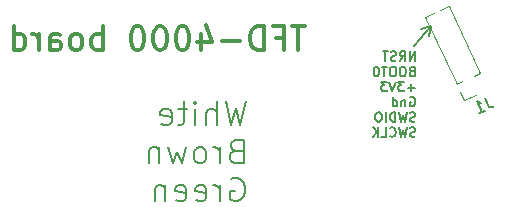
<source format=gbr>
%TF.GenerationSoftware,KiCad,Pcbnew,8.0.6*%
%TF.CreationDate,2024-12-19T11:27:53+03:00*%
%TF.ProjectId,Hall,48616c6c-2e6b-4696-9361-645f70636258,rev?*%
%TF.SameCoordinates,Original*%
%TF.FileFunction,Legend,Bot*%
%TF.FilePolarity,Positive*%
%FSLAX46Y46*%
G04 Gerber Fmt 4.6, Leading zero omitted, Abs format (unit mm)*
G04 Created by KiCad (PCBNEW 8.0.6) date 2024-12-19 11:27:53*
%MOMM*%
%LPD*%
G01*
G04 APERTURE LIST*
%ADD10C,0.150000*%
%ADD11C,0.300000*%
%ADD12C,0.120000*%
G04 APERTURE END LIST*
D10*
X85664439Y-40952520D02*
X85664439Y-40152520D01*
X85664439Y-40152520D02*
X85207296Y-40952520D01*
X85207296Y-40952520D02*
X85207296Y-40152520D01*
X84369201Y-40952520D02*
X84635868Y-40571567D01*
X84826344Y-40952520D02*
X84826344Y-40152520D01*
X84826344Y-40152520D02*
X84521582Y-40152520D01*
X84521582Y-40152520D02*
X84445392Y-40190615D01*
X84445392Y-40190615D02*
X84407297Y-40228710D01*
X84407297Y-40228710D02*
X84369201Y-40304901D01*
X84369201Y-40304901D02*
X84369201Y-40419186D01*
X84369201Y-40419186D02*
X84407297Y-40495377D01*
X84407297Y-40495377D02*
X84445392Y-40533472D01*
X84445392Y-40533472D02*
X84521582Y-40571567D01*
X84521582Y-40571567D02*
X84826344Y-40571567D01*
X84064440Y-40914425D02*
X83950154Y-40952520D01*
X83950154Y-40952520D02*
X83759678Y-40952520D01*
X83759678Y-40952520D02*
X83683487Y-40914425D01*
X83683487Y-40914425D02*
X83645392Y-40876329D01*
X83645392Y-40876329D02*
X83607297Y-40800139D01*
X83607297Y-40800139D02*
X83607297Y-40723948D01*
X83607297Y-40723948D02*
X83645392Y-40647758D01*
X83645392Y-40647758D02*
X83683487Y-40609663D01*
X83683487Y-40609663D02*
X83759678Y-40571567D01*
X83759678Y-40571567D02*
X83912059Y-40533472D01*
X83912059Y-40533472D02*
X83988249Y-40495377D01*
X83988249Y-40495377D02*
X84026344Y-40457282D01*
X84026344Y-40457282D02*
X84064440Y-40381091D01*
X84064440Y-40381091D02*
X84064440Y-40304901D01*
X84064440Y-40304901D02*
X84026344Y-40228710D01*
X84026344Y-40228710D02*
X83988249Y-40190615D01*
X83988249Y-40190615D02*
X83912059Y-40152520D01*
X83912059Y-40152520D02*
X83721582Y-40152520D01*
X83721582Y-40152520D02*
X83607297Y-40190615D01*
X83378725Y-40152520D02*
X82921582Y-40152520D01*
X83150154Y-40952520D02*
X83150154Y-40152520D01*
X85397773Y-41821427D02*
X85283487Y-41859522D01*
X85283487Y-41859522D02*
X85245392Y-41897618D01*
X85245392Y-41897618D02*
X85207296Y-41973808D01*
X85207296Y-41973808D02*
X85207296Y-42088094D01*
X85207296Y-42088094D02*
X85245392Y-42164284D01*
X85245392Y-42164284D02*
X85283487Y-42202380D01*
X85283487Y-42202380D02*
X85359677Y-42240475D01*
X85359677Y-42240475D02*
X85664439Y-42240475D01*
X85664439Y-42240475D02*
X85664439Y-41440475D01*
X85664439Y-41440475D02*
X85397773Y-41440475D01*
X85397773Y-41440475D02*
X85321582Y-41478570D01*
X85321582Y-41478570D02*
X85283487Y-41516665D01*
X85283487Y-41516665D02*
X85245392Y-41592856D01*
X85245392Y-41592856D02*
X85245392Y-41669046D01*
X85245392Y-41669046D02*
X85283487Y-41745237D01*
X85283487Y-41745237D02*
X85321582Y-41783332D01*
X85321582Y-41783332D02*
X85397773Y-41821427D01*
X85397773Y-41821427D02*
X85664439Y-41821427D01*
X84712058Y-41440475D02*
X84559677Y-41440475D01*
X84559677Y-41440475D02*
X84483487Y-41478570D01*
X84483487Y-41478570D02*
X84407296Y-41554760D01*
X84407296Y-41554760D02*
X84369201Y-41707141D01*
X84369201Y-41707141D02*
X84369201Y-41973808D01*
X84369201Y-41973808D02*
X84407296Y-42126189D01*
X84407296Y-42126189D02*
X84483487Y-42202380D01*
X84483487Y-42202380D02*
X84559677Y-42240475D01*
X84559677Y-42240475D02*
X84712058Y-42240475D01*
X84712058Y-42240475D02*
X84788249Y-42202380D01*
X84788249Y-42202380D02*
X84864439Y-42126189D01*
X84864439Y-42126189D02*
X84902535Y-41973808D01*
X84902535Y-41973808D02*
X84902535Y-41707141D01*
X84902535Y-41707141D02*
X84864439Y-41554760D01*
X84864439Y-41554760D02*
X84788249Y-41478570D01*
X84788249Y-41478570D02*
X84712058Y-41440475D01*
X83873963Y-41440475D02*
X83721582Y-41440475D01*
X83721582Y-41440475D02*
X83645392Y-41478570D01*
X83645392Y-41478570D02*
X83569201Y-41554760D01*
X83569201Y-41554760D02*
X83531106Y-41707141D01*
X83531106Y-41707141D02*
X83531106Y-41973808D01*
X83531106Y-41973808D02*
X83569201Y-42126189D01*
X83569201Y-42126189D02*
X83645392Y-42202380D01*
X83645392Y-42202380D02*
X83721582Y-42240475D01*
X83721582Y-42240475D02*
X83873963Y-42240475D01*
X83873963Y-42240475D02*
X83950154Y-42202380D01*
X83950154Y-42202380D02*
X84026344Y-42126189D01*
X84026344Y-42126189D02*
X84064440Y-41973808D01*
X84064440Y-41973808D02*
X84064440Y-41707141D01*
X84064440Y-41707141D02*
X84026344Y-41554760D01*
X84026344Y-41554760D02*
X83950154Y-41478570D01*
X83950154Y-41478570D02*
X83873963Y-41440475D01*
X83302535Y-41440475D02*
X82845392Y-41440475D01*
X83073964Y-42240475D02*
X83073964Y-41440475D01*
X82426344Y-41440475D02*
X82350154Y-41440475D01*
X82350154Y-41440475D02*
X82273963Y-41478570D01*
X82273963Y-41478570D02*
X82235868Y-41516665D01*
X82235868Y-41516665D02*
X82197773Y-41592856D01*
X82197773Y-41592856D02*
X82159678Y-41745237D01*
X82159678Y-41745237D02*
X82159678Y-41935713D01*
X82159678Y-41935713D02*
X82197773Y-42088094D01*
X82197773Y-42088094D02*
X82235868Y-42164284D01*
X82235868Y-42164284D02*
X82273963Y-42202380D01*
X82273963Y-42202380D02*
X82350154Y-42240475D01*
X82350154Y-42240475D02*
X82426344Y-42240475D01*
X82426344Y-42240475D02*
X82502535Y-42202380D01*
X82502535Y-42202380D02*
X82540630Y-42164284D01*
X82540630Y-42164284D02*
X82578725Y-42088094D01*
X82578725Y-42088094D02*
X82616821Y-41935713D01*
X82616821Y-41935713D02*
X82616821Y-41745237D01*
X82616821Y-41745237D02*
X82578725Y-41592856D01*
X82578725Y-41592856D02*
X82540630Y-41516665D01*
X82540630Y-41516665D02*
X82502535Y-41478570D01*
X82502535Y-41478570D02*
X82426344Y-41440475D01*
X85664439Y-43223668D02*
X85054916Y-43223668D01*
X85359677Y-43528430D02*
X85359677Y-42918906D01*
X84750154Y-42728430D02*
X84254916Y-42728430D01*
X84254916Y-42728430D02*
X84521582Y-43033192D01*
X84521582Y-43033192D02*
X84407297Y-43033192D01*
X84407297Y-43033192D02*
X84331106Y-43071287D01*
X84331106Y-43071287D02*
X84293011Y-43109382D01*
X84293011Y-43109382D02*
X84254916Y-43185573D01*
X84254916Y-43185573D02*
X84254916Y-43376049D01*
X84254916Y-43376049D02*
X84293011Y-43452239D01*
X84293011Y-43452239D02*
X84331106Y-43490335D01*
X84331106Y-43490335D02*
X84407297Y-43528430D01*
X84407297Y-43528430D02*
X84635868Y-43528430D01*
X84635868Y-43528430D02*
X84712059Y-43490335D01*
X84712059Y-43490335D02*
X84750154Y-43452239D01*
X84026344Y-42728430D02*
X83759677Y-43528430D01*
X83759677Y-43528430D02*
X83493011Y-42728430D01*
X83302535Y-42728430D02*
X82807297Y-42728430D01*
X82807297Y-42728430D02*
X83073963Y-43033192D01*
X83073963Y-43033192D02*
X82959678Y-43033192D01*
X82959678Y-43033192D02*
X82883487Y-43071287D01*
X82883487Y-43071287D02*
X82845392Y-43109382D01*
X82845392Y-43109382D02*
X82807297Y-43185573D01*
X82807297Y-43185573D02*
X82807297Y-43376049D01*
X82807297Y-43376049D02*
X82845392Y-43452239D01*
X82845392Y-43452239D02*
X82883487Y-43490335D01*
X82883487Y-43490335D02*
X82959678Y-43528430D01*
X82959678Y-43528430D02*
X83188249Y-43528430D01*
X83188249Y-43528430D02*
X83264440Y-43490335D01*
X83264440Y-43490335D02*
X83302535Y-43452239D01*
X85245392Y-44054480D02*
X85321582Y-44016385D01*
X85321582Y-44016385D02*
X85435868Y-44016385D01*
X85435868Y-44016385D02*
X85550154Y-44054480D01*
X85550154Y-44054480D02*
X85626344Y-44130670D01*
X85626344Y-44130670D02*
X85664439Y-44206861D01*
X85664439Y-44206861D02*
X85702535Y-44359242D01*
X85702535Y-44359242D02*
X85702535Y-44473528D01*
X85702535Y-44473528D02*
X85664439Y-44625909D01*
X85664439Y-44625909D02*
X85626344Y-44702099D01*
X85626344Y-44702099D02*
X85550154Y-44778290D01*
X85550154Y-44778290D02*
X85435868Y-44816385D01*
X85435868Y-44816385D02*
X85359677Y-44816385D01*
X85359677Y-44816385D02*
X85245392Y-44778290D01*
X85245392Y-44778290D02*
X85207296Y-44740194D01*
X85207296Y-44740194D02*
X85207296Y-44473528D01*
X85207296Y-44473528D02*
X85359677Y-44473528D01*
X84864439Y-44283051D02*
X84864439Y-44816385D01*
X84864439Y-44359242D02*
X84826344Y-44321147D01*
X84826344Y-44321147D02*
X84750154Y-44283051D01*
X84750154Y-44283051D02*
X84635868Y-44283051D01*
X84635868Y-44283051D02*
X84559677Y-44321147D01*
X84559677Y-44321147D02*
X84521582Y-44397337D01*
X84521582Y-44397337D02*
X84521582Y-44816385D01*
X83797772Y-44816385D02*
X83797772Y-44016385D01*
X83797772Y-44778290D02*
X83873963Y-44816385D01*
X83873963Y-44816385D02*
X84026344Y-44816385D01*
X84026344Y-44816385D02*
X84102534Y-44778290D01*
X84102534Y-44778290D02*
X84140629Y-44740194D01*
X84140629Y-44740194D02*
X84178725Y-44664004D01*
X84178725Y-44664004D02*
X84178725Y-44435432D01*
X84178725Y-44435432D02*
X84140629Y-44359242D01*
X84140629Y-44359242D02*
X84102534Y-44321147D01*
X84102534Y-44321147D02*
X84026344Y-44283051D01*
X84026344Y-44283051D02*
X83873963Y-44283051D01*
X83873963Y-44283051D02*
X83797772Y-44321147D01*
X85702535Y-46066245D02*
X85588249Y-46104340D01*
X85588249Y-46104340D02*
X85397773Y-46104340D01*
X85397773Y-46104340D02*
X85321582Y-46066245D01*
X85321582Y-46066245D02*
X85283487Y-46028149D01*
X85283487Y-46028149D02*
X85245392Y-45951959D01*
X85245392Y-45951959D02*
X85245392Y-45875768D01*
X85245392Y-45875768D02*
X85283487Y-45799578D01*
X85283487Y-45799578D02*
X85321582Y-45761483D01*
X85321582Y-45761483D02*
X85397773Y-45723387D01*
X85397773Y-45723387D02*
X85550154Y-45685292D01*
X85550154Y-45685292D02*
X85626344Y-45647197D01*
X85626344Y-45647197D02*
X85664439Y-45609102D01*
X85664439Y-45609102D02*
X85702535Y-45532911D01*
X85702535Y-45532911D02*
X85702535Y-45456721D01*
X85702535Y-45456721D02*
X85664439Y-45380530D01*
X85664439Y-45380530D02*
X85626344Y-45342435D01*
X85626344Y-45342435D02*
X85550154Y-45304340D01*
X85550154Y-45304340D02*
X85359677Y-45304340D01*
X85359677Y-45304340D02*
X85245392Y-45342435D01*
X84978725Y-45304340D02*
X84788249Y-46104340D01*
X84788249Y-46104340D02*
X84635868Y-45532911D01*
X84635868Y-45532911D02*
X84483487Y-46104340D01*
X84483487Y-46104340D02*
X84293011Y-45304340D01*
X83988248Y-46104340D02*
X83988248Y-45304340D01*
X83988248Y-45304340D02*
X83797772Y-45304340D01*
X83797772Y-45304340D02*
X83683486Y-45342435D01*
X83683486Y-45342435D02*
X83607296Y-45418625D01*
X83607296Y-45418625D02*
X83569201Y-45494816D01*
X83569201Y-45494816D02*
X83531105Y-45647197D01*
X83531105Y-45647197D02*
X83531105Y-45761483D01*
X83531105Y-45761483D02*
X83569201Y-45913864D01*
X83569201Y-45913864D02*
X83607296Y-45990054D01*
X83607296Y-45990054D02*
X83683486Y-46066245D01*
X83683486Y-46066245D02*
X83797772Y-46104340D01*
X83797772Y-46104340D02*
X83988248Y-46104340D01*
X83188248Y-46104340D02*
X83188248Y-45304340D01*
X82654915Y-45304340D02*
X82502534Y-45304340D01*
X82502534Y-45304340D02*
X82426344Y-45342435D01*
X82426344Y-45342435D02*
X82350153Y-45418625D01*
X82350153Y-45418625D02*
X82312058Y-45571006D01*
X82312058Y-45571006D02*
X82312058Y-45837673D01*
X82312058Y-45837673D02*
X82350153Y-45990054D01*
X82350153Y-45990054D02*
X82426344Y-46066245D01*
X82426344Y-46066245D02*
X82502534Y-46104340D01*
X82502534Y-46104340D02*
X82654915Y-46104340D01*
X82654915Y-46104340D02*
X82731106Y-46066245D01*
X82731106Y-46066245D02*
X82807296Y-45990054D01*
X82807296Y-45990054D02*
X82845392Y-45837673D01*
X82845392Y-45837673D02*
X82845392Y-45571006D01*
X82845392Y-45571006D02*
X82807296Y-45418625D01*
X82807296Y-45418625D02*
X82731106Y-45342435D01*
X82731106Y-45342435D02*
X82654915Y-45304340D01*
X85702535Y-47354200D02*
X85588249Y-47392295D01*
X85588249Y-47392295D02*
X85397773Y-47392295D01*
X85397773Y-47392295D02*
X85321582Y-47354200D01*
X85321582Y-47354200D02*
X85283487Y-47316104D01*
X85283487Y-47316104D02*
X85245392Y-47239914D01*
X85245392Y-47239914D02*
X85245392Y-47163723D01*
X85245392Y-47163723D02*
X85283487Y-47087533D01*
X85283487Y-47087533D02*
X85321582Y-47049438D01*
X85321582Y-47049438D02*
X85397773Y-47011342D01*
X85397773Y-47011342D02*
X85550154Y-46973247D01*
X85550154Y-46973247D02*
X85626344Y-46935152D01*
X85626344Y-46935152D02*
X85664439Y-46897057D01*
X85664439Y-46897057D02*
X85702535Y-46820866D01*
X85702535Y-46820866D02*
X85702535Y-46744676D01*
X85702535Y-46744676D02*
X85664439Y-46668485D01*
X85664439Y-46668485D02*
X85626344Y-46630390D01*
X85626344Y-46630390D02*
X85550154Y-46592295D01*
X85550154Y-46592295D02*
X85359677Y-46592295D01*
X85359677Y-46592295D02*
X85245392Y-46630390D01*
X84978725Y-46592295D02*
X84788249Y-47392295D01*
X84788249Y-47392295D02*
X84635868Y-46820866D01*
X84635868Y-46820866D02*
X84483487Y-47392295D01*
X84483487Y-47392295D02*
X84293011Y-46592295D01*
X83531105Y-47316104D02*
X83569201Y-47354200D01*
X83569201Y-47354200D02*
X83683486Y-47392295D01*
X83683486Y-47392295D02*
X83759677Y-47392295D01*
X83759677Y-47392295D02*
X83873963Y-47354200D01*
X83873963Y-47354200D02*
X83950153Y-47278009D01*
X83950153Y-47278009D02*
X83988248Y-47201819D01*
X83988248Y-47201819D02*
X84026344Y-47049438D01*
X84026344Y-47049438D02*
X84026344Y-46935152D01*
X84026344Y-46935152D02*
X83988248Y-46782771D01*
X83988248Y-46782771D02*
X83950153Y-46706580D01*
X83950153Y-46706580D02*
X83873963Y-46630390D01*
X83873963Y-46630390D02*
X83759677Y-46592295D01*
X83759677Y-46592295D02*
X83683486Y-46592295D01*
X83683486Y-46592295D02*
X83569201Y-46630390D01*
X83569201Y-46630390D02*
X83531105Y-46668485D01*
X82807296Y-47392295D02*
X83188248Y-47392295D01*
X83188248Y-47392295D02*
X83188248Y-46592295D01*
X82540629Y-47392295D02*
X82540629Y-46592295D01*
X82083486Y-47392295D02*
X82426344Y-46935152D01*
X82083486Y-46592295D02*
X82540629Y-47049438D01*
X85598000Y-39674800D02*
X87020400Y-37998400D01*
X87020400Y-37998400D02*
X86868000Y-38862000D01*
X86207600Y-38252400D02*
X87020400Y-37998400D01*
D11*
X76370955Y-38024038D02*
X75228098Y-38024038D01*
X75799527Y-40024038D02*
X75799527Y-38024038D01*
X73894764Y-38976419D02*
X74561431Y-38976419D01*
X74561431Y-40024038D02*
X74561431Y-38024038D01*
X74561431Y-38024038D02*
X73609050Y-38024038D01*
X72847145Y-40024038D02*
X72847145Y-38024038D01*
X72847145Y-38024038D02*
X72370955Y-38024038D01*
X72370955Y-38024038D02*
X72085240Y-38119276D01*
X72085240Y-38119276D02*
X71894764Y-38309752D01*
X71894764Y-38309752D02*
X71799526Y-38500228D01*
X71799526Y-38500228D02*
X71704288Y-38881180D01*
X71704288Y-38881180D02*
X71704288Y-39166895D01*
X71704288Y-39166895D02*
X71799526Y-39547847D01*
X71799526Y-39547847D02*
X71894764Y-39738323D01*
X71894764Y-39738323D02*
X72085240Y-39928800D01*
X72085240Y-39928800D02*
X72370955Y-40024038D01*
X72370955Y-40024038D02*
X72847145Y-40024038D01*
X70847145Y-39262133D02*
X69323336Y-39262133D01*
X67513812Y-38690704D02*
X67513812Y-40024038D01*
X67990003Y-37928800D02*
X68466193Y-39357371D01*
X68466193Y-39357371D02*
X67228098Y-39357371D01*
X66085241Y-38024038D02*
X65894764Y-38024038D01*
X65894764Y-38024038D02*
X65704288Y-38119276D01*
X65704288Y-38119276D02*
X65609050Y-38214514D01*
X65609050Y-38214514D02*
X65513812Y-38404990D01*
X65513812Y-38404990D02*
X65418574Y-38785942D01*
X65418574Y-38785942D02*
X65418574Y-39262133D01*
X65418574Y-39262133D02*
X65513812Y-39643085D01*
X65513812Y-39643085D02*
X65609050Y-39833561D01*
X65609050Y-39833561D02*
X65704288Y-39928800D01*
X65704288Y-39928800D02*
X65894764Y-40024038D01*
X65894764Y-40024038D02*
X66085241Y-40024038D01*
X66085241Y-40024038D02*
X66275717Y-39928800D01*
X66275717Y-39928800D02*
X66370955Y-39833561D01*
X66370955Y-39833561D02*
X66466193Y-39643085D01*
X66466193Y-39643085D02*
X66561431Y-39262133D01*
X66561431Y-39262133D02*
X66561431Y-38785942D01*
X66561431Y-38785942D02*
X66466193Y-38404990D01*
X66466193Y-38404990D02*
X66370955Y-38214514D01*
X66370955Y-38214514D02*
X66275717Y-38119276D01*
X66275717Y-38119276D02*
X66085241Y-38024038D01*
X64180479Y-38024038D02*
X63990002Y-38024038D01*
X63990002Y-38024038D02*
X63799526Y-38119276D01*
X63799526Y-38119276D02*
X63704288Y-38214514D01*
X63704288Y-38214514D02*
X63609050Y-38404990D01*
X63609050Y-38404990D02*
X63513812Y-38785942D01*
X63513812Y-38785942D02*
X63513812Y-39262133D01*
X63513812Y-39262133D02*
X63609050Y-39643085D01*
X63609050Y-39643085D02*
X63704288Y-39833561D01*
X63704288Y-39833561D02*
X63799526Y-39928800D01*
X63799526Y-39928800D02*
X63990002Y-40024038D01*
X63990002Y-40024038D02*
X64180479Y-40024038D01*
X64180479Y-40024038D02*
X64370955Y-39928800D01*
X64370955Y-39928800D02*
X64466193Y-39833561D01*
X64466193Y-39833561D02*
X64561431Y-39643085D01*
X64561431Y-39643085D02*
X64656669Y-39262133D01*
X64656669Y-39262133D02*
X64656669Y-38785942D01*
X64656669Y-38785942D02*
X64561431Y-38404990D01*
X64561431Y-38404990D02*
X64466193Y-38214514D01*
X64466193Y-38214514D02*
X64370955Y-38119276D01*
X64370955Y-38119276D02*
X64180479Y-38024038D01*
X62275717Y-38024038D02*
X62085240Y-38024038D01*
X62085240Y-38024038D02*
X61894764Y-38119276D01*
X61894764Y-38119276D02*
X61799526Y-38214514D01*
X61799526Y-38214514D02*
X61704288Y-38404990D01*
X61704288Y-38404990D02*
X61609050Y-38785942D01*
X61609050Y-38785942D02*
X61609050Y-39262133D01*
X61609050Y-39262133D02*
X61704288Y-39643085D01*
X61704288Y-39643085D02*
X61799526Y-39833561D01*
X61799526Y-39833561D02*
X61894764Y-39928800D01*
X61894764Y-39928800D02*
X62085240Y-40024038D01*
X62085240Y-40024038D02*
X62275717Y-40024038D01*
X62275717Y-40024038D02*
X62466193Y-39928800D01*
X62466193Y-39928800D02*
X62561431Y-39833561D01*
X62561431Y-39833561D02*
X62656669Y-39643085D01*
X62656669Y-39643085D02*
X62751907Y-39262133D01*
X62751907Y-39262133D02*
X62751907Y-38785942D01*
X62751907Y-38785942D02*
X62656669Y-38404990D01*
X62656669Y-38404990D02*
X62561431Y-38214514D01*
X62561431Y-38214514D02*
X62466193Y-38119276D01*
X62466193Y-38119276D02*
X62275717Y-38024038D01*
X59228097Y-40024038D02*
X59228097Y-38024038D01*
X59228097Y-38785942D02*
X59037621Y-38690704D01*
X59037621Y-38690704D02*
X58656668Y-38690704D01*
X58656668Y-38690704D02*
X58466192Y-38785942D01*
X58466192Y-38785942D02*
X58370954Y-38881180D01*
X58370954Y-38881180D02*
X58275716Y-39071657D01*
X58275716Y-39071657D02*
X58275716Y-39643085D01*
X58275716Y-39643085D02*
X58370954Y-39833561D01*
X58370954Y-39833561D02*
X58466192Y-39928800D01*
X58466192Y-39928800D02*
X58656668Y-40024038D01*
X58656668Y-40024038D02*
X59037621Y-40024038D01*
X59037621Y-40024038D02*
X59228097Y-39928800D01*
X57132859Y-40024038D02*
X57323335Y-39928800D01*
X57323335Y-39928800D02*
X57418573Y-39833561D01*
X57418573Y-39833561D02*
X57513811Y-39643085D01*
X57513811Y-39643085D02*
X57513811Y-39071657D01*
X57513811Y-39071657D02*
X57418573Y-38881180D01*
X57418573Y-38881180D02*
X57323335Y-38785942D01*
X57323335Y-38785942D02*
X57132859Y-38690704D01*
X57132859Y-38690704D02*
X56847144Y-38690704D01*
X56847144Y-38690704D02*
X56656668Y-38785942D01*
X56656668Y-38785942D02*
X56561430Y-38881180D01*
X56561430Y-38881180D02*
X56466192Y-39071657D01*
X56466192Y-39071657D02*
X56466192Y-39643085D01*
X56466192Y-39643085D02*
X56561430Y-39833561D01*
X56561430Y-39833561D02*
X56656668Y-39928800D01*
X56656668Y-39928800D02*
X56847144Y-40024038D01*
X56847144Y-40024038D02*
X57132859Y-40024038D01*
X54751906Y-40024038D02*
X54751906Y-38976419D01*
X54751906Y-38976419D02*
X54847144Y-38785942D01*
X54847144Y-38785942D02*
X55037620Y-38690704D01*
X55037620Y-38690704D02*
X55418573Y-38690704D01*
X55418573Y-38690704D02*
X55609049Y-38785942D01*
X54751906Y-39928800D02*
X54942382Y-40024038D01*
X54942382Y-40024038D02*
X55418573Y-40024038D01*
X55418573Y-40024038D02*
X55609049Y-39928800D01*
X55609049Y-39928800D02*
X55704287Y-39738323D01*
X55704287Y-39738323D02*
X55704287Y-39547847D01*
X55704287Y-39547847D02*
X55609049Y-39357371D01*
X55609049Y-39357371D02*
X55418573Y-39262133D01*
X55418573Y-39262133D02*
X54942382Y-39262133D01*
X54942382Y-39262133D02*
X54751906Y-39166895D01*
X53799525Y-40024038D02*
X53799525Y-38690704D01*
X53799525Y-39071657D02*
X53704287Y-38881180D01*
X53704287Y-38881180D02*
X53609049Y-38785942D01*
X53609049Y-38785942D02*
X53418573Y-38690704D01*
X53418573Y-38690704D02*
X53228096Y-38690704D01*
X51704287Y-40024038D02*
X51704287Y-38024038D01*
X51704287Y-39928800D02*
X51894763Y-40024038D01*
X51894763Y-40024038D02*
X52275716Y-40024038D01*
X52275716Y-40024038D02*
X52466192Y-39928800D01*
X52466192Y-39928800D02*
X52561430Y-39833561D01*
X52561430Y-39833561D02*
X52656668Y-39643085D01*
X52656668Y-39643085D02*
X52656668Y-39071657D01*
X52656668Y-39071657D02*
X52561430Y-38881180D01*
X52561430Y-38881180D02*
X52466192Y-38785942D01*
X52466192Y-38785942D02*
X52275716Y-38690704D01*
X52275716Y-38690704D02*
X51894763Y-38690704D01*
X51894763Y-38690704D02*
X51704287Y-38785942D01*
D10*
X71345201Y-44393662D02*
X70869011Y-46393662D01*
X70869011Y-46393662D02*
X70488058Y-44965090D01*
X70488058Y-44965090D02*
X70107106Y-46393662D01*
X70107106Y-46393662D02*
X69630916Y-44393662D01*
X68869011Y-46393662D02*
X68869011Y-44393662D01*
X68011868Y-46393662D02*
X68011868Y-45346043D01*
X68011868Y-45346043D02*
X68107106Y-45155566D01*
X68107106Y-45155566D02*
X68297582Y-45060328D01*
X68297582Y-45060328D02*
X68583297Y-45060328D01*
X68583297Y-45060328D02*
X68773773Y-45155566D01*
X68773773Y-45155566D02*
X68869011Y-45250804D01*
X67059487Y-46393662D02*
X67059487Y-45060328D01*
X67059487Y-44393662D02*
X67154725Y-44488900D01*
X67154725Y-44488900D02*
X67059487Y-44584138D01*
X67059487Y-44584138D02*
X66964249Y-44488900D01*
X66964249Y-44488900D02*
X67059487Y-44393662D01*
X67059487Y-44393662D02*
X67059487Y-44584138D01*
X66392820Y-45060328D02*
X65630916Y-45060328D01*
X66107106Y-44393662D02*
X66107106Y-46107947D01*
X66107106Y-46107947D02*
X66011868Y-46298424D01*
X66011868Y-46298424D02*
X65821392Y-46393662D01*
X65821392Y-46393662D02*
X65630916Y-46393662D01*
X64202344Y-46298424D02*
X64392820Y-46393662D01*
X64392820Y-46393662D02*
X64773773Y-46393662D01*
X64773773Y-46393662D02*
X64964249Y-46298424D01*
X64964249Y-46298424D02*
X65059487Y-46107947D01*
X65059487Y-46107947D02*
X65059487Y-45346043D01*
X65059487Y-45346043D02*
X64964249Y-45155566D01*
X64964249Y-45155566D02*
X64773773Y-45060328D01*
X64773773Y-45060328D02*
X64392820Y-45060328D01*
X64392820Y-45060328D02*
X64202344Y-45155566D01*
X64202344Y-45155566D02*
X64107106Y-45346043D01*
X64107106Y-45346043D02*
X64107106Y-45536519D01*
X64107106Y-45536519D02*
X65059487Y-45726995D01*
X70488058Y-48565931D02*
X70202344Y-48661169D01*
X70202344Y-48661169D02*
X70107106Y-48756407D01*
X70107106Y-48756407D02*
X70011868Y-48946883D01*
X70011868Y-48946883D02*
X70011868Y-49232597D01*
X70011868Y-49232597D02*
X70107106Y-49423073D01*
X70107106Y-49423073D02*
X70202344Y-49518312D01*
X70202344Y-49518312D02*
X70392820Y-49613550D01*
X70392820Y-49613550D02*
X71154725Y-49613550D01*
X71154725Y-49613550D02*
X71154725Y-47613550D01*
X71154725Y-47613550D02*
X70488058Y-47613550D01*
X70488058Y-47613550D02*
X70297582Y-47708788D01*
X70297582Y-47708788D02*
X70202344Y-47804026D01*
X70202344Y-47804026D02*
X70107106Y-47994502D01*
X70107106Y-47994502D02*
X70107106Y-48184978D01*
X70107106Y-48184978D02*
X70202344Y-48375454D01*
X70202344Y-48375454D02*
X70297582Y-48470692D01*
X70297582Y-48470692D02*
X70488058Y-48565931D01*
X70488058Y-48565931D02*
X71154725Y-48565931D01*
X69154725Y-49613550D02*
X69154725Y-48280216D01*
X69154725Y-48661169D02*
X69059487Y-48470692D01*
X69059487Y-48470692D02*
X68964249Y-48375454D01*
X68964249Y-48375454D02*
X68773773Y-48280216D01*
X68773773Y-48280216D02*
X68583296Y-48280216D01*
X67630916Y-49613550D02*
X67821392Y-49518312D01*
X67821392Y-49518312D02*
X67916630Y-49423073D01*
X67916630Y-49423073D02*
X68011868Y-49232597D01*
X68011868Y-49232597D02*
X68011868Y-48661169D01*
X68011868Y-48661169D02*
X67916630Y-48470692D01*
X67916630Y-48470692D02*
X67821392Y-48375454D01*
X67821392Y-48375454D02*
X67630916Y-48280216D01*
X67630916Y-48280216D02*
X67345201Y-48280216D01*
X67345201Y-48280216D02*
X67154725Y-48375454D01*
X67154725Y-48375454D02*
X67059487Y-48470692D01*
X67059487Y-48470692D02*
X66964249Y-48661169D01*
X66964249Y-48661169D02*
X66964249Y-49232597D01*
X66964249Y-49232597D02*
X67059487Y-49423073D01*
X67059487Y-49423073D02*
X67154725Y-49518312D01*
X67154725Y-49518312D02*
X67345201Y-49613550D01*
X67345201Y-49613550D02*
X67630916Y-49613550D01*
X66297582Y-48280216D02*
X65916630Y-49613550D01*
X65916630Y-49613550D02*
X65535677Y-48661169D01*
X65535677Y-48661169D02*
X65154725Y-49613550D01*
X65154725Y-49613550D02*
X64773773Y-48280216D01*
X64011868Y-48280216D02*
X64011868Y-49613550D01*
X64011868Y-48470692D02*
X63916630Y-48375454D01*
X63916630Y-48375454D02*
X63726154Y-48280216D01*
X63726154Y-48280216D02*
X63440439Y-48280216D01*
X63440439Y-48280216D02*
X63249963Y-48375454D01*
X63249963Y-48375454D02*
X63154725Y-48565931D01*
X63154725Y-48565931D02*
X63154725Y-49613550D01*
X70107106Y-50928676D02*
X70297582Y-50833438D01*
X70297582Y-50833438D02*
X70583296Y-50833438D01*
X70583296Y-50833438D02*
X70869011Y-50928676D01*
X70869011Y-50928676D02*
X71059487Y-51119152D01*
X71059487Y-51119152D02*
X71154725Y-51309628D01*
X71154725Y-51309628D02*
X71249963Y-51690580D01*
X71249963Y-51690580D02*
X71249963Y-51976295D01*
X71249963Y-51976295D02*
X71154725Y-52357247D01*
X71154725Y-52357247D02*
X71059487Y-52547723D01*
X71059487Y-52547723D02*
X70869011Y-52738200D01*
X70869011Y-52738200D02*
X70583296Y-52833438D01*
X70583296Y-52833438D02*
X70392820Y-52833438D01*
X70392820Y-52833438D02*
X70107106Y-52738200D01*
X70107106Y-52738200D02*
X70011868Y-52642961D01*
X70011868Y-52642961D02*
X70011868Y-51976295D01*
X70011868Y-51976295D02*
X70392820Y-51976295D01*
X69154725Y-52833438D02*
X69154725Y-51500104D01*
X69154725Y-51881057D02*
X69059487Y-51690580D01*
X69059487Y-51690580D02*
X68964249Y-51595342D01*
X68964249Y-51595342D02*
X68773773Y-51500104D01*
X68773773Y-51500104D02*
X68583296Y-51500104D01*
X67154725Y-52738200D02*
X67345201Y-52833438D01*
X67345201Y-52833438D02*
X67726154Y-52833438D01*
X67726154Y-52833438D02*
X67916630Y-52738200D01*
X67916630Y-52738200D02*
X68011868Y-52547723D01*
X68011868Y-52547723D02*
X68011868Y-51785819D01*
X68011868Y-51785819D02*
X67916630Y-51595342D01*
X67916630Y-51595342D02*
X67726154Y-51500104D01*
X67726154Y-51500104D02*
X67345201Y-51500104D01*
X67345201Y-51500104D02*
X67154725Y-51595342D01*
X67154725Y-51595342D02*
X67059487Y-51785819D01*
X67059487Y-51785819D02*
X67059487Y-51976295D01*
X67059487Y-51976295D02*
X68011868Y-52166771D01*
X65440439Y-52738200D02*
X65630915Y-52833438D01*
X65630915Y-52833438D02*
X66011868Y-52833438D01*
X66011868Y-52833438D02*
X66202344Y-52738200D01*
X66202344Y-52738200D02*
X66297582Y-52547723D01*
X66297582Y-52547723D02*
X66297582Y-51785819D01*
X66297582Y-51785819D02*
X66202344Y-51595342D01*
X66202344Y-51595342D02*
X66011868Y-51500104D01*
X66011868Y-51500104D02*
X65630915Y-51500104D01*
X65630915Y-51500104D02*
X65440439Y-51595342D01*
X65440439Y-51595342D02*
X65345201Y-51785819D01*
X65345201Y-51785819D02*
X65345201Y-51976295D01*
X65345201Y-51976295D02*
X66297582Y-52166771D01*
X64488058Y-51500104D02*
X64488058Y-52833438D01*
X64488058Y-51690580D02*
X64392820Y-51595342D01*
X64392820Y-51595342D02*
X64202344Y-51500104D01*
X64202344Y-51500104D02*
X63916629Y-51500104D01*
X63916629Y-51500104D02*
X63726153Y-51595342D01*
X63726153Y-51595342D02*
X63630915Y-51785819D01*
X63630915Y-51785819D02*
X63630915Y-52833438D01*
X91562500Y-44069025D02*
X91864370Y-44716388D01*
X91864370Y-44716388D02*
X91967902Y-44825736D01*
X91967902Y-44825736D02*
X92094466Y-44871801D01*
X92094466Y-44871801D02*
X92244063Y-44854585D01*
X92244063Y-44854585D02*
X92330378Y-44814335D01*
X91078810Y-45397951D02*
X91596700Y-45156455D01*
X91337755Y-45277203D02*
X90915137Y-44370895D01*
X90915137Y-44370895D02*
X91061826Y-44460118D01*
X91061826Y-44460118D02*
X91188390Y-44506184D01*
X91188390Y-44506184D02*
X91294830Y-44509092D01*
D12*
%TO.C,J1*%
X86526827Y-37212002D02*
X89182984Y-42908146D01*
X87254113Y-36872863D02*
X86526827Y-37212002D01*
X88538830Y-36273789D02*
X87811546Y-36612928D01*
X88538830Y-36273789D02*
X91194986Y-41969934D01*
X89678308Y-42677174D02*
X89182984Y-42908146D01*
X89825364Y-44285734D02*
X89504174Y-43596941D01*
X90831365Y-43816629D02*
X89825364Y-44285734D01*
X91194986Y-41969934D02*
X90699663Y-42200907D01*
%TD*%
M02*

</source>
